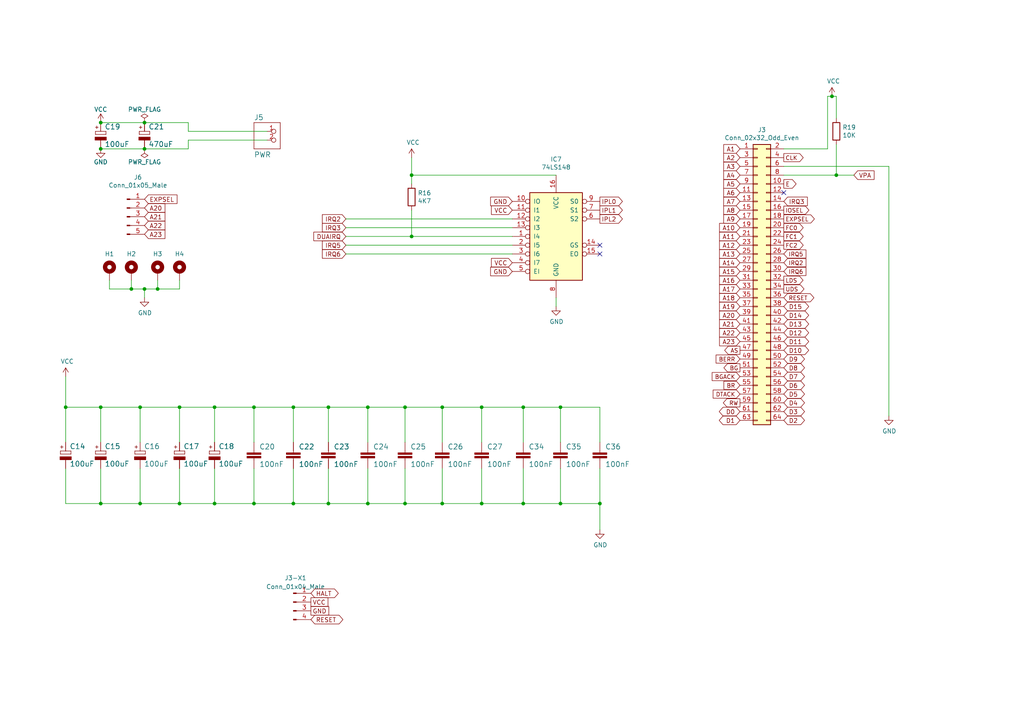
<source format=kicad_sch>
(kicad_sch (version 20230121) (generator eeschema)
  (paper "A4")
  (title_block (title "ROSCO_M68K CLASSIC MC68030 EDITION") (date "2023-12-10") (rev "2.0") (company "The Really Old-School Company Limited") (comment 1 "OSHWA UK000006 (https://certification.oshwa.org/uk000006.html)") (comment 2 "See https://github.com/roscopeco/rosco_m68k/blob/master/LICENCE.hardware.txt") (comment 3 "Open Source Hardware licenced under CERN Open Hardware Licence") (comment 4 "Copyright 2019-2023 Ross Bamford and Contributors"))
  (lib_symbols
    (symbol "74xx:74LS148" (pin_names (offset 1.016))
      (property "Reference" "U" (at -7.62 13.97 0))
      (property "Value" "74LS148" (at -7.62 -13.97 0))
      (symbol "74LS148_1_0"
        (pin input inverted (at -12.7 0 0) (length 5.08) (name "I4") (number "1"))
        (pin input inverted (at -12.7 10.16 0) (length 5.08) (name "IO") (number "10"))
        (pin input inverted (at -12.7 7.62 0) (length 5.08) (name "I1") (number "11"))
        (pin input inverted (at -12.7 5.08 0) (length 5.08) (name "I2") (number "12"))
        (pin input inverted (at -12.7 2.54 0) (length 5.08) (name "I3") (number "13"))
        (pin output inverted (at 12.7 -2.54 180) (length 5.08) (name "GS") (number "14"))
        (pin output inverted (at 12.7 -5.08 180) (length 5.08) (name "EO") (number "15"))
        (pin power_in line (at 0 17.78 270) (length 5.08) (name "VCC") (number "16"))
        (pin input inverted (at -12.7 -2.54 0) (length 5.08) (name "I5") (number "2"))
        (pin input inverted (at -12.7 -5.08 0) (length 5.08) (name "I6") (number "3"))
        (pin input inverted (at -12.7 -7.62 0) (length 5.08) (name "I7") (number "4"))
        (pin input inverted (at -12.7 -10.16 0) (length 5.08) (name "EI") (number "5"))
        (pin output inverted (at 12.7 5.08 180) (length 5.08) (name "S2") (number "6"))
        (pin output inverted (at 12.7 7.62 180) (length 5.08) (name "S1") (number "7"))
        (pin power_in line (at 0 -17.78 90) (length 5.08) (name "GND") (number "8"))
        (pin output inverted (at 12.7 10.16 180) (length 5.08) (name "S0") (number "9"))
      )
      (symbol "74LS148_1_1"
        (rectangle (start -7.62 12.7) (end 7.62 -12.7) (stroke (width 0.254)) (fill (type background)))
      )
    )
    (symbol "Connector:Conn_01x04_Pin" (pin_names (offset 1.016) hide)
      (property "Reference" "J" (at 0 5.08 0))
      (property "Value" "Conn_01x04_Pin" (at 0 -7.62 0))
      (symbol "Conn_01x04_Pin_1_1"
        (polyline (pts (xy 1.27 -5.08) (xy 0.8636 -5.08)) (stroke (width 0.1524)))
        (polyline (pts (xy 1.27 -2.54) (xy 0.8636 -2.54)) (stroke (width 0.1524)))
        (polyline (pts (xy 1.27 0) (xy 0.8636 0)) (stroke (width 0.1524)))
        (polyline (pts (xy 1.27 2.54) (xy 0.8636 2.54)) (stroke (width 0.1524)))
        (rectangle (start 0.8636 -4.953) (end 0 -5.207) (stroke (width 0.1524)) (fill (type outline)))
        (rectangle (start 0.8636 -2.413) (end 0 -2.667) (stroke (width 0.1524)) (fill (type outline)))
        (rectangle (start 0.8636 0.127) (end 0 -0.127) (stroke (width 0.1524)) (fill (type outline)))
        (rectangle (start 0.8636 2.667) (end 0 2.413) (stroke (width 0.1524)) (fill (type outline)))
        (pin passive line (at 5.08 2.54 180) (length 3.81) (name "Pin_1") (number "1"))
        (pin passive line (at 5.08 0 180) (length 3.81) (name "Pin_2") (number "2"))
        (pin passive line (at 5.08 -2.54 180) (length 3.81) (name "Pin_3") (number "3"))
        (pin passive line (at 5.08 -5.08 180) (length 3.81) (name "Pin_4") (number "4"))
      )
    )
    (symbol "Connector:Conn_01x05_Pin" (pin_names (offset 1.016) hide)
      (property "Reference" "J" (at 0 7.62 0))
      (property "Value" "Conn_01x05_Pin" (at 0 -7.62 0))
      (symbol "Conn_01x05_Pin_1_1"
        (polyline (pts (xy 1.27 -5.08) (xy 0.8636 -5.08)) (stroke (width 0.1524)))
        (polyline (pts (xy 1.27 -2.54) (xy 0.8636 -2.54)) (stroke (width 0.1524)))
        (polyline (pts (xy 1.27 0) (xy 0.8636 0)) (stroke (width 0.1524)))
        (polyline (pts (xy 1.27 2.54) (xy 0.8636 2.54)) (stroke (width 0.1524)))
        (polyline (pts (xy 1.27 5.08) (xy 0.8636 5.08)) (stroke (width 0.1524)))
        (rectangle (start 0.8636 -4.953) (end 0 -5.207) (stroke (width 0.1524)) (fill (type outline)))
        (rectangle (start 0.8636 -2.413) (end 0 -2.667) (stroke (width 0.1524)) (fill (type outline)))
        (rectangle (start 0.8636 0.127) (end 0 -0.127) (stroke (width 0.1524)) (fill (type outline)))
        (rectangle (start 0.8636 2.667) (end 0 2.413) (stroke (width 0.1524)) (fill (type outline)))
        (rectangle (start 0.8636 5.207) (end 0 4.953) (stroke (width 0.1524)) (fill (type outline)))
        (pin passive line (at 5.08 5.08 180) (length 3.81) (name "Pin_1") (number "1"))
        (pin passive line (at 5.08 2.54 180) (length 3.81) (name "Pin_2") (number "2"))
        (pin passive line (at 5.08 0 180) (length 3.81) (name "Pin_3") (number "3"))
        (pin passive line (at 5.08 -2.54 180) (length 3.81) (name "Pin_4") (number "4"))
        (pin passive line (at 5.08 -5.08 180) (length 3.81) (name "Pin_5") (number "5"))
      )
    )
    (symbol "Connector_Generic:Conn_02x32_Odd_Even" (pin_names (offset 1.016) hide)
      (property "Reference" "J" (at 1.27 40.64 0))
      (property "Value" "Conn_02x32_Odd_Even" (at 1.27 -43.18 0))
      (symbol "Conn_02x32_Odd_Even_1_1"
        (rectangle (start -1.27 -40.513) (end 0 -40.767) (stroke (width 0.1524)))
        (rectangle (start -1.27 -37.973) (end 0 -38.227) (stroke (width 0.1524)))
        (rectangle (start -1.27 -35.433) (end 0 -35.687) (stroke (width 0.1524)))
        (rectangle (start -1.27 -32.893) (end 0 -33.147) (stroke (width 0.1524)))
        (rectangle (start -1.27 -30.353) (end 0 -30.607) (stroke (width 0.1524)))
        (rectangle (start -1.27 -27.813) (end 0 -28.067) (stroke (width 0.1524)))
        (rectangle (start -1.27 -25.273) (end 0 -25.527) (stroke (width 0.1524)))
        (rectangle (start -1.27 -22.733) (end 0 -22.987) (stroke (width 0.1524)))
        (rectangle (start -1.27 -20.193) (end 0 -20.447) (stroke (width 0.1524)))
        (rectangle (start -1.27 -17.653) (end 0 -17.907) (stroke (width 0.1524)))
        (rectangle (start -1.27 -15.113) (end 0 -15.367) (stroke (width 0.1524)))
        (rectangle (start -1.27 -12.573) (end 0 -12.827) (stroke (width 0.1524)))
        (rectangle (start -1.27 -10.033) (end 0 -10.287) (stroke (width 0.1524)))
        (rectangle (start -1.27 -7.493) (end 0 -7.747) (stroke (width 0.1524)))
        (rectangle (start -1.27 -4.953) (end 0 -5.207) (stroke (width 0.1524)))
        (rectangle (start -1.27 -2.413) (end 0 -2.667) (stroke (width 0.1524)))
        (rectangle (start -1.27 0.127) (end 0 -0.127) (stroke (width 0.1524)))
        (rectangle (start -1.27 2.667) (end 0 2.413) (stroke (width 0.1524)))
        (rectangle (start -1.27 5.207) (end 0 4.953) (stroke (width 0.1524)))
        (rectangle (start -1.27 7.747) (end 0 7.493) (stroke (width 0.1524)))
        (rectangle (start -1.27 10.287) (end 0 10.033) (stroke (width 0.1524)))
        (rectangle (start -1.27 12.827) (end 0 12.573) (stroke (width 0.1524)))
        (rectangle (start -1.27 15.367) (end 0 15.113) (stroke (width 0.1524)))
        (rectangle (start -1.27 17.907) (end 0 17.653) (stroke (width 0.1524)))
        (rectangle (start -1.27 20.447) (end 0 20.193) (stroke (width 0.1524)))
        (rectangle (start -1.27 22.987) (end 0 22.733) (stroke (width 0.1524)))
        (rectangle (start -1.27 25.527) (end 0 25.273) (stroke (width 0.1524)))
        (rectangle (start -1.27 28.067) (end 0 27.813) (stroke (width 0.1524)))
        (rectangle (start -1.27 30.607) (end 0 30.353) (stroke (width 0.1524)))
        (rectangle (start -1.27 33.147) (end 0 32.893) (stroke (width 0.1524)))
        (rectangle (start -1.27 35.687) (end 0 35.433) (stroke (width 0.1524)))
        (rectangle (start -1.27 38.227) (end 0 37.973) (stroke (width 0.1524)))
        (rectangle (start -1.27 39.37) (end 3.81 -41.91) (stroke (width 0.254)) (fill (type background)))
        (rectangle (start 3.81 -40.513) (end 2.54 -40.767) (stroke (width 0.1524)))
        (rectangle (start 3.81 -37.973) (end 2.54 -38.227) (stroke (width 0.1524)))
        (rectangle (start 3.81 -35.433) (end 2.54 -35.687) (stroke (width 0.1524)))
        (rectangle (start 3.81 -32.893) (end 2.54 -33.147) (stroke (width 0.1524)))
        (rectangle (start 3.81 -30.353) (end 2.54 -30.607) (stroke (width 0.1524)))
        (rectangle (start 3.81 -27.813) (end 2.54 -28.067) (stroke (width 0.1524)))
        (rectangle (start 3.81 -25.273) (end 2.54 -25.527) (stroke (width 0.1524)))
        (rectangle (start 3.81 -22.733) (end 2.54 -22.987) (stroke (width 0.1524)))
        (rectangle (start 3.81 -20.193) (end 2.54 -20.447) (stroke (width 0.1524)))
        (rectangle (start 3.81 -17.653) (end 2.54 -17.907) (stroke (width 0.1524)))
        (rectangle (start 3.81 -15.113) (end 2.54 -15.367) (stroke (width 0.1524)))
        (rectangle (start 3.81 -12.573) (end 2.54 -12.827) (stroke (width 0.1524)))
        (rectangle (start 3.81 -10.033) (end 2.54 -10.287) (stroke (width 0.1524)))
        (rectangle (start 3.81 -7.493) (end 2.54 -7.747) (stroke (width 0.1524)))
        (rectangle (start 3.81 -4.953) (end 2.54 -5.207) (stroke (width 0.1524)))
        (rectangle (start 3.81 -2.413) (end 2.54 -2.667) (stroke (width 0.1524)))
        (rectangle (start 3.81 0.127) (end 2.54 -0.127) (stroke (width 0.1524)))
        (rectangle (start 3.81 2.667) (end 2.54 2.413) (stroke (width 0.1524)))
        (rectangle (start 3.81 5.207) (end 2.54 4.953) (stroke (width 0.1524)))
        (rectangle (start 3.81 7.747) (end 2.54 7.493) (stroke (width 0.1524)))
        (rectangle (start 3.81 10.287) (end 2.54 10.033) (stroke (width 0.1524)))
        (rectangle (start 3.81 12.827) (end 2.54 12.573) (stroke (width 0.1524)))
        (rectangle (start 3.81 15.367) (end 2.54 15.113) (stroke (width 0.1524)))
        (rectangle (start 3.81 17.907) (end 2.54 17.653) (stroke (width 0.1524)))
        (rectangle (start 3.81 20.447) (end 2.54 20.193) (stroke (width 0.1524)))
        (rectangle (start 3.81 22.987) (end 2.54 22.733) (stroke (width 0.1524)))
        (rectangle (start 3.81 25.527) (end 2.54 25.273) (stroke (width 0.1524)))
        (rectangle (start 3.81 28.067) (end 2.54 27.813) (stroke (width 0.1524)))
        (rectangle (start 3.81 30.607) (end 2.54 30.353) (stroke (width 0.1524)))
        (rectangle (start 3.81 33.147) (end 2.54 32.893) (stroke (width 0.1524)))
        (rectangle (start 3.81 35.687) (end 2.54 35.433) (stroke (width 0.1524)))
        (rectangle (start 3.81 38.227) (end 2.54 37.973) (stroke (width 0.1524)))
        (pin passive line (at -5.08 38.1 0) (length 3.81) (name "Pin_1") (number "1"))
        (pin passive line (at 7.62 27.94 180) (length 3.81) (name "Pin_10") (number "10"))
        (pin passive line (at -5.08 25.4 0) (length 3.81) (name "Pin_11") (number "11"))
        (pin passive line (at 7.62 25.4 180) (length 3.81) (name "Pin_12") (number "12"))
        (pin passive line (at -5.08 22.86 0) (length 3.81) (name "Pin_13") (number "13"))
        (pin passive line (at 7.62 22.86 180) (length 3.81) (name "Pin_14") (number "14"))
        (pin passive line (at -5.08 20.32 0) (length 3.81) (name "Pin_15") (number "15"))
        (pin passive line (at 7.62 20.32 180) (length 3.81) (name "Pin_16") (number "16"))
        (pin passive line (at -5.08 17.78 0) (length 3.81) (name "Pin_17") (number "17"))
        (pin passive line (at 7.62 17.78 180) (length 3.81) (name "Pin_18") (number "18"))
        (pin passive line (at -5.08 15.24 0) (length 3.81) (name "Pin_19") (number "19"))
        (pin passive line (at 7.62 38.1 180) (length 3.81) (name "Pin_2") (number "2"))
        (pin passive line (at 7.62 15.24 180) (length 3.81) (name "Pin_20") (number "20"))
        (pin passive line (at -5.08 12.7 0) (length 3.81) (name "Pin_21") (number "21"))
        (pin passive line (at 7.62 12.7 180) (length 3.81) (name "Pin_22") (number "22"))
        (pin passive line (at -5.08 10.16 0) (length 3.81) (name "Pin_23") (number "23"))
        (pin passive line (at 7.62 10.16 180) (length 3.81) (name "Pin_24") (number "24"))
        (pin passive line (at -5.08 7.62 0) (length 3.81) (name "Pin_25") (number "25"))
        (pin passive line (at 7.62 7.62 180) (length 3.81) (name "Pin_26") (number "26"))
        (pin passive line (at -5.08 5.08 0) (length 3.81) (name "Pin_27") (number "27"))
        (pin passive line (at 7.62 5.08 180) (length 3.81) (name "Pin_28") (number "28"))
        (pin passive line (at -5.08 2.54 0) (length 3.81) (name "Pin_29") (number "29"))
        (pin passive line (at -5.08 35.56 0) (length 3.81) (name "Pin_3") (number "3"))
        (pin passive line (at 7.62 2.54 180) (length 3.81) (name "Pin_30") (number "30"))
        (pin passive line (at -5.08 0 0) (length 3.81) (name "Pin_31") (number "31"))
        (pin passive line (at 7.62 0 180) (length 3.81) (name "Pin_32") (number "32"))
        (pin passive line (at -5.08 -2.54 0) (length 3.81) (name "Pin_33") (number "33"))
        (pin passive line (at 7.62 -2.54 180) (length 3.81) (name "Pin_34") (number "34"))
        (pin passive line (at -5.08 -5.08 0) (length 3.81) (name "Pin_35") (number "35"))
        (pin passive line (at 7.62 -5.08 180) (length 3.81) (name "Pin_36") (number "36"))
        (pin passive line (at -5.08 -7.62 0) (length 3.81) (name "Pin_37") (number "37"))
        (pin passive line (at 7.62 -7.62 180) (length 3.81) (name "Pin_38") (number "38"))
        (pin passive line (at -5.08 -10.16 0) (length 3.81) (name "Pin_39") (number "39"))
        (pin passive line (at 7.62 35.56 180) (length 3.81) (name "Pin_4") (number "4"))
        (pin passive line (at 7.62 -10.16 180) (length 3.81) (name "Pin_40") (number "40"))
        (pin passive line (at -5.08 -12.7 0) (length 3.81) (name "Pin_41") (number "41"))
        (pin passive line (at 7.62 -12.7 180) (length 3.81) (name "Pin_42") (number "42"))
        (pin passive line (at -5.08 -15.24 0) (length 3.81) (name "Pin_43") (number "43"))
        (pin passive line (at 7.62 -15.24 180) (length 3.81) (name "Pin_44") (number "44"))
        (pin passive line (at -5.08 -17.78 0) (length 3.81) (name "Pin_45") (number "45"))
        (pin passive line (at 7.62 -17.78 180) (length 3.81) (name "Pin_46") (number "46"))
        (pin passive line (at -5.08 -20.32 0) (length 3.81) (name "Pin_47") (number "47"))
        (pin passive line (at 7.62 -20.32 180) (length 3.81) (name "Pin_48") (number "48"))
        (pin passive line (at -5.08 -22.86 0) (length 3.81) (name "Pin_49") (number "49"))
        (pin passive line (at -5.08 33.02 0) (length 3.81) (name "Pin_5") (number "5"))
        (pin passive line (at 7.62 -22.86 180) (length 3.81) (name "Pin_50") (number "50"))
        (pin passive line (at -5.08 -25.4 0) (length 3.81) (name "Pin_51") (number "51"))
        (pin passive line (at 7.62 -25.4 180) (length 3.81) (name "Pin_52") (number "52"))
        (pin passive line (at -5.08 -27.94 0) (length 3.81) (name "Pin_53") (number "53"))
        (pin passive line (at 7.62 -27.94 180) (length 3.81) (name "Pin_54") (number "54"))
        (pin passive line (at -5.08 -30.48 0) (length 3.81) (name "Pin_55") (number "55"))
        (pin passive line (at 7.62 -30.48 180) (length 3.81) (name "Pin_56") (number "56"))
        (pin passive line (at -5.08 -33.02 0) (length 3.81) (name "Pin_57") (number "57"))
        (pin passive line (at 7.62 -33.02 180) (length 3.81) (name "Pin_58") (number "58"))
        (pin passive line (at -5.08 -35.56 0) (length 3.81) (name "Pin_59") (number "59"))
        (pin passive line (at 7.62 33.02 180) (length 3.81) (name "Pin_6") (number "6"))
        (pin passive line (at 7.62 -35.56 180) (length 3.81) (name "Pin_60") (number "60"))
        (pin passive line (at -5.08 -38.1 0) (length 3.81) (name "Pin_61") (number "61"))
        (pin passive line (at 7.62 -38.1 180) (length 3.81) (name "Pin_62") (number "62"))
        (pin passive line (at -5.08 -40.64 0) (length 3.81) (name "Pin_63") (number "63"))
        (pin passive line (at 7.62 -40.64 180) (length 3.81) (name "Pin_64") (number "64"))
        (pin passive line (at -5.08 30.48 0) (length 3.81) (name "Pin_7") (number "7"))
        (pin passive line (at 7.62 30.48 180) (length 3.81) (name "Pin_8") (number "8"))
        (pin passive line (at -5.08 27.94 0) (length 3.81) (name "Pin_9") (number "9"))
      )
    )
    (symbol "Device:R" (pin_numbers hide) (pin_names (offset 0))
      (property "Reference" "R" (at 2.032 0 90))
      (property "Value" "R" (at 0 0 90))
      (symbol "R_0_1"
        (rectangle (start -1.016 -2.54) (end 1.016 2.54) (stroke (width 0.254)))
      )
      (symbol "R_1_1"
        (pin passive line (at 0 3.81 270) (length 1.27) (name "~") (number "1"))
        (pin passive line (at 0 -3.81 90) (length 1.27) (name "~") (number "2"))
      )
    )
    (symbol "Mechanical:MountingHole_Pad" (pin_numbers hide) (pin_names (offset 1.016) hide)
      (property "Reference" "H" (at 0 6.35 0))
      (property "Value" "MountingHole_Pad" (at 0 4.445 0))
      (symbol "MountingHole_Pad_0_1"
        (circle (center 0 1.27) (radius 1.27) (stroke (width 1.27)))
      )
      (symbol "MountingHole_Pad_1_1"
        (pin input line (at 0 -2.54 90) (length 2.54) (name "1") (number "1"))
      )
    )
    (symbol "power:GND" (power) (pin_names (offset 0))
      (property "Value" "GND" (at 0 -3.81 0))
      (symbol "GND_0_1"
        (polyline (pts (xy 0 0) (xy 0 -1.27) (xy 1.27 -1.27) (xy 0 -2.54) (xy -1.27 -1.27) (xy 0 -1.27)))
      )
      (symbol "GND_1_1"
        (pin power_in line (at 0 0 270) (length 0) hide (name "GND") (number "1"))
      )
    )
    (symbol "power:PWR_FLAG" (power) (pin_numbers hide) (pin_names (offset 0) hide)
      (property "Value" "PWR_FLAG" (at 0 3.81 0))
      (symbol "PWR_FLAG_0_0"
        (pin power_out line (at 0 0 90) (length 0) (name "pwr") (number "1"))
      )
      (symbol "PWR_FLAG_0_1"
        (polyline (pts (xy 0 0) (xy 0 1.27) (xy -1.016 1.905) (xy 0 2.54) (xy 1.016 1.905) (xy 0 1.27)))
      )
    )
    (symbol "power:VCC" (power) (pin_names (offset 0))
      (property "Value" "VCC" (at 0 3.81 0))
      (symbol "VCC_0_1"
        (polyline (pts (xy -0.762 1.27) (xy 0 2.54)))
        (polyline (pts (xy 0 0) (xy 0 2.54)))
        (polyline (pts (xy 0 2.54) (xy 0.762 1.27)))
      )
      (symbol "VCC_1_1"
        (pin power_in line (at 0 0 90) (length 0) hide (name "VCC") (number "1"))
      )
    )
    (symbol "rosco_m68k-eagle-import:C2,5-3" (pin_names (offset 1.016))
      (property "Reference" "C" (at 1.524 0.381 0))
      (property "Value" "C2,5-3" (at 1.524 -4.699 0))
      (symbol "C2,5-3_1_0"
        (rectangle (start -2.032 -2.032) (end 2.032 -1.524) (fill (type outline)))
        (rectangle (start -2.032 -1.016) (end 2.032 -0.508) (fill (type outline)))
        (polyline (pts (xy 0 -2.54) (xy 0 -2.032)))
        (polyline (pts (xy 0 0) (xy 0 -0.508)))
        (pin passive line (at 0 2.54 270) (length 2.54) (name "1") (number "1"))
        (pin passive line (at 0 -5.08 90) (length 2.54) (name "2") (number "2"))
      )
    )
    (symbol "rosco_m68k-eagle-import:CPOL-EUE2.5-5" (pin_names (offset 1.016))
      (property "Reference" "C" (at 1.143 0.4826 0))
      (property "Value" "CPOL-EUE2.5-5" (at 1.143 -4.5974 0))
      (symbol "CPOL-EUE2.5-5_1_0"
        (rectangle (start -1.651 -2.54) (end 1.651 -1.651) (fill (type outline)))
        (polyline (pts (xy -1.524 -0.889) (xy 1.524 -0.889)))
        (polyline (pts (xy -1.524 0) (xy -1.524 -0.889)))
        (polyline (pts (xy -1.524 0) (xy 1.524 0)))
        (polyline (pts (xy 1.524 -0.889) (xy 1.524 0)))
        (text "+" (at -0.5842 0.4064 900) (effects (font (size 1.0668 1.0668)) (justify left bottom)))
        (pin passive line (at 0 2.54 270) (length 2.54) (name "+") (number "+"))
        (pin passive line (at 0 -5.08 90) (length 2.54) (name "-") (number "-"))
      )
    )
    (symbol "rosco_m68k-eagle-import:CPOL-EUE3.5-10" (pin_names (offset 1.016))
      (property "Reference" "C" (at 1.143 0.4826 0))
      (property "Value" "CPOL-EUE3.5-10" (at 1.143 -4.5974 0))
      (symbol "CPOL-EUE3.5-10_1_0"
        (rectangle (start -1.651 -2.54) (end 1.651 -1.651) (fill (type outline)))
        (polyline (pts (xy -1.524 -0.889) (xy 1.524 -0.889)))
        (polyline (pts (xy -1.524 0) (xy -1.524 -0.889)))
        (polyline (pts (xy -1.524 0) (xy 1.524 0)))
        (polyline (pts (xy 1.524 -0.889) (xy 1.524 0)))
        (text "+" (at -0.5842 0.4064 900) (effects (font (size 1.0668 1.0668)) (justify left bottom)))
        (pin passive line (at 0 2.54 270) (length 2.54) (name "+") (number "+"))
        (pin passive line (at 0 -5.08 90) (length 2.54) (name "-") (number "-"))
      )
    )
    (symbol "rosco_m68k-eagle-import:PINHD-1X2" (pin_names (offset 1.016))
      (property "Reference" "JP" (at -6.35 5.715 0))
      (property "Value" "PINHD-1X2" (at -6.35 -5.08 0))
      (symbol "PINHD-1X2_1_0"
        (polyline (pts (xy -6.35 -2.54) (xy 1.27 -2.54)))
        (polyline (pts (xy -6.35 5.08) (xy -6.35 -2.54)))
        (polyline (pts (xy 1.27 -2.54) (xy 1.27 5.08)))
        (polyline (pts (xy 1.27 5.08) (xy -6.35 5.08)))
        (pin passive inverted (at -2.54 2.54 0) (length 2.54) (name "1") (number "1"))
        (pin passive inverted (at -2.54 0 0) (length 2.54) (name "2") (number "2"))
      )
    )
  )
  (junction (at 38.1 83.82))
  (junction (at 52.07 146.05))
  (junction (at 151.765 118.11))
  (junction (at 106.68 146.05))
  (junction (at 85.09 118.11))
  (junction (at 119.38 68.58))
  (junction (at 41.91 43.18))
  (junction (at 139.7 118.11))
  (junction (at 241.3 27.94))
  (junction (at 173.99 146.05))
  (junction (at 95.25 146.05))
  (junction (at 242.57 50.8))
  (junction (at 106.68 118.11))
  (junction (at 73.66 118.11))
  (junction (at 52.07 118.11))
  (junction (at 128.27 118.11))
  (junction (at 19.05 118.11))
  (junction (at 117.475 118.11))
  (junction (at 29.21 146.05))
  (junction (at 162.56 118.11))
  (junction (at 151.765 146.05))
  (junction (at 29.21 43.18))
  (junction (at 85.09 146.05))
  (junction (at 45.72 83.82))
  (junction (at 119.38 50.8))
  (junction (at 117.475 146.05))
  (junction (at 139.7 146.05))
  (junction (at 41.91 35.56))
  (junction (at 73.66 146.05))
  (junction (at 40.64 118.11))
  (junction (at 29.21 118.11))
  (junction (at 29.21 35.56))
  (junction (at 162.56 146.05))
  (junction (at 62.23 146.05))
  (junction (at 40.64 146.05))
  (junction (at 41.91 83.82))
  (junction (at 128.27 146.05))
  (junction (at 95.25 118.11))
  (junction (at 62.23 118.11))
  (no_connect (at 173.99 73.66))
  (no_connect (at 173.99 71.12))
  (no_connect (at 227.33 55.88))
  (wire (pts (xy 19.05 109.22) (xy 19.05 118.11)))
  (wire (pts (xy 52.07 135.89) (xy 52.07 146.05)))
  (wire (pts (xy 119.38 45.72) (xy 119.38 50.8)))
  (wire (pts (xy 128.27 128.27) (xy 128.27 118.11)))
  (wire (pts (xy 41.91 83.82) (xy 41.91 86.36)))
  (wire (pts (xy 52.07 128.27) (xy 52.07 118.11)))
  (wire (pts (xy 173.99 135.89) (xy 173.99 146.05)))
  (wire (pts (xy 139.7 118.11) (xy 128.27 118.11)))
  (wire (pts (xy 117.475 135.89) (xy 117.475 146.05)))
  (wire (pts (xy 31.75 83.82) (xy 38.1 83.82)))
  (wire (pts (xy 73.66 118.11) (xy 73.66 128.27)))
  (wire (pts (xy 242.57 50.8) (xy 247.65 50.8)))
  (wire (pts (xy 119.38 53.34) (xy 119.38 50.8)))
  (wire (pts (xy 162.56 118.11) (xy 173.99 118.11)))
  (wire (pts (xy 117.475 118.11) (xy 117.475 128.27)))
  (wire (pts (xy 19.05 146.05) (xy 29.21 146.05)))
  (wire (pts (xy 106.68 135.89) (xy 106.68 146.05)))
  (wire (pts (xy 106.68 128.27) (xy 106.68 118.11)))
  (wire (pts (xy 85.09 146.05) (xy 95.25 146.05)))
  (wire (pts (xy 106.68 118.11) (xy 117.475 118.11)))
  (wire (pts (xy 100.33 66.04) (xy 148.59 66.04)))
  (wire (pts (xy 85.09 118.11) (xy 85.09 128.27)))
  (wire (pts (xy 62.23 128.27) (xy 62.23 118.11)))
  (wire (pts (xy 95.25 146.05) (xy 106.68 146.05)))
  (wire (pts (xy 100.33 71.12) (xy 148.59 71.12)))
  (wire (pts (xy 227.33 43.18) (xy 240.03 43.18)))
  (wire (pts (xy 139.7 135.89) (xy 139.7 146.05)))
  (wire (pts (xy 100.33 68.58) (xy 119.38 68.58)))
  (wire (pts (xy 119.38 60.96) (xy 119.38 68.58)))
  (wire (pts (xy 73.66 146.05) (xy 85.09 146.05)))
  (wire (pts (xy 240.03 27.94) (xy 240.03 43.18)))
  (wire (pts (xy 151.765 118.11) (xy 162.56 118.11)))
  (wire (pts (xy 40.64 146.05) (xy 52.07 146.05)))
  (wire (pts (xy 54.61 35.56) (xy 41.91 35.56)))
  (wire (pts (xy 227.33 50.8) (xy 242.57 50.8)))
  (wire (pts (xy 19.05 135.89) (xy 19.05 146.05)))
  (wire (pts (xy 139.7 118.11) (xy 151.765 118.11)))
  (wire (pts (xy 161.29 86.36) (xy 161.29 88.9)))
  (wire (pts (xy 52.07 146.05) (xy 62.23 146.05)))
  (wire (pts (xy 41.91 35.56) (xy 29.21 35.56)))
  (wire (pts (xy 45.72 81.28) (xy 45.72 83.82)))
  (wire (pts (xy 77.47 38.1) (xy 54.61 38.1)))
  (wire (pts (xy 29.21 146.05) (xy 40.64 146.05)))
  (wire (pts (xy 151.765 135.89) (xy 151.765 146.05)))
  (wire (pts (xy 162.56 135.89) (xy 162.56 146.05)))
  (wire (pts (xy 128.27 146.05) (xy 139.7 146.05)))
  (wire (pts (xy 38.1 83.82) (xy 41.91 83.82)))
  (wire (pts (xy 148.59 68.58) (xy 119.38 68.58)))
  (wire (pts (xy 52.07 118.11) (xy 40.64 118.11)))
  (wire (pts (xy 29.21 118.11) (xy 19.05 118.11)))
  (wire (pts (xy 40.64 118.11) (xy 29.21 118.11)))
  (wire (pts (xy 257.81 48.26) (xy 257.81 120.65)))
  (wire (pts (xy 242.57 34.29) (xy 242.57 27.94)))
  (wire (pts (xy 173.99 128.27) (xy 173.99 118.11)))
  (wire (pts (xy 41.91 83.82) (xy 45.72 83.82)))
  (wire (pts (xy 242.57 27.94) (xy 241.3 27.94)))
  (wire (pts (xy 117.475 146.05) (xy 128.27 146.05)))
  (wire (pts (xy 40.64 135.89) (xy 40.64 146.05)))
  (wire (pts (xy 73.66 135.89) (xy 73.66 146.05)))
  (wire (pts (xy 241.3 27.94) (xy 240.03 27.94)))
  (wire (pts (xy 45.72 83.82) (xy 52.07 83.82)))
  (wire (pts (xy 19.05 118.11) (xy 19.05 128.27)))
  (wire (pts (xy 77.47 40.64) (xy 54.61 40.64)))
  (wire (pts (xy 62.23 146.05) (xy 73.66 146.05)))
  (wire (pts (xy 95.25 128.27) (xy 95.25 118.11)))
  (wire (pts (xy 106.68 146.05) (xy 117.475 146.05)))
  (wire (pts (xy 54.61 38.1) (xy 54.61 35.56)))
  (wire (pts (xy 242.57 41.91) (xy 242.57 50.8)))
  (wire (pts (xy 173.99 153.67) (xy 173.99 146.05)))
  (wire (pts (xy 62.23 118.11) (xy 52.07 118.11)))
  (wire (pts (xy 227.33 48.26) (xy 257.81 48.26)))
  (wire (pts (xy 162.56 146.05) (xy 173.99 146.05)))
  (wire (pts (xy 73.66 118.11) (xy 62.23 118.11)))
  (wire (pts (xy 151.765 146.05) (xy 162.56 146.05)))
  (wire (pts (xy 54.61 40.64) (xy 54.61 43.18)))
  (wire (pts (xy 151.765 118.11) (xy 151.765 128.27)))
  (wire (pts (xy 106.68 118.11) (xy 95.25 118.11)))
  (wire (pts (xy 100.33 73.66) (xy 148.59 73.66)))
  (wire (pts (xy 62.23 135.89) (xy 62.23 146.05)))
  (wire (pts (xy 117.475 118.11) (xy 128.27 118.11)))
  (wire (pts (xy 41.91 43.18) (xy 29.21 43.18)))
  (wire (pts (xy 100.33 63.5) (xy 148.59 63.5)))
  (wire (pts (xy 54.61 43.18) (xy 41.91 43.18)))
  (wire (pts (xy 85.09 118.11) (xy 95.25 118.11)))
  (wire (pts (xy 85.09 135.89) (xy 85.09 146.05)))
  (wire (pts (xy 29.21 128.27) (xy 29.21 118.11)))
  (wire (pts (xy 119.38 50.8) (xy 161.29 50.8)))
  (wire (pts (xy 40.64 128.27) (xy 40.64 118.11)))
  (wire (pts (xy 139.7 128.27) (xy 139.7 118.11)))
  (wire (pts (xy 139.7 146.05) (xy 151.765 146.05)))
  (wire (pts (xy 38.1 81.28) (xy 38.1 83.82)))
  (wire (pts (xy 95.25 135.89) (xy 95.25 146.05)))
  (wire (pts (xy 29.21 135.89) (xy 29.21 146.05)))
  (wire (pts (xy 52.07 81.28) (xy 52.07 83.82)))
  (wire (pts (xy 128.27 135.89) (xy 128.27 146.05)))
  (wire (pts (xy 73.66 118.11) (xy 85.09 118.11)))
  (wire (pts (xy 31.75 81.28) (xy 31.75 83.82)))
  (wire (pts (xy 162.56 118.11) (xy 162.56 128.27)))
  (global_label "IPL2" (shape output) (at 173.99 63.5 0) (property "Intersheetrefs" "${INTERSHEET_REFS}" (effects hide)))
  (global_label "GND" (shape input) (at 148.59 58.42 180) (property "Intersheetrefs" "${INTERSHEET_REFS}" (effects hide)))
  (global_label "D9" (shape bidirectional) (at 227.33 104.14 0) (property "Intersheetrefs" "${INTERSHEET_REFS}" (effects hide)))
  (global_label "IPL0" (shape output) (at 173.99 58.42 0) (property "Intersheetrefs" "${INTERSHEET_REFS}" (effects hide)))
  (global_label "A5" (shape input) (at 214.63 53.34 180) (property "Intersheetrefs" "${INTERSHEET_REFS}" (effects hide)))
  (global_label "VCC" (shape input) (at 148.59 60.96 180) (property "Intersheetrefs" "${INTERSHEET_REFS}" (effects hide)))
  (global_label "IRQ3" (shape input) (at 227.33 58.42 0) (property "Intersheetrefs" "${INTERSHEET_REFS}" (effects hide)))
  (global_label "D0" (shape bidirectional) (at 214.63 119.38 180) (property "Intersheetrefs" "${INTERSHEET_REFS}" (effects hide)))
  (global_label "A11" (shape input) (at 214.63 68.58 180) (property "Intersheetrefs" "${INTERSHEET_REFS}" (effects hide)))
  (global_label "A6" (shape input) (at 214.63 55.88 180) (property "Intersheetrefs" "${INTERSHEET_REFS}" (effects hide)))
  (global_label "A19" (shape input) (at 214.63 88.9 180) (property "Intersheetrefs" "${INTERSHEET_REFS}" (effects hide)))
  (global_label "D7" (shape bidirectional) (at 227.33 109.22 0) (property "Intersheetrefs" "${INTERSHEET_REFS}" (effects hide)))
  (global_label "FC0" (shape output) (at 227.33 66.04 0) (effects (font (size 1.1938 1.1938))) (property "Intersheetrefs" "${INTERSHEET_REFS}" (effects hide)))
  (global_label "A15" (shape input) (at 214.63 78.74 180) (property "Intersheetrefs" "${INTERSHEET_REFS}" (effects hide)))
  (global_label "A18" (shape input) (at 214.63 86.36 180) (property "Intersheetrefs" "${INTERSHEET_REFS}" (effects hide)))
  (global_label "A9" (shape input) (at 214.63 63.5 180) (property "Intersheetrefs" "${INTERSHEET_REFS}" (effects hide)))
  (global_label "D4" (shape bidirectional) (at 227.33 116.84 0) (property "Intersheetrefs" "${INTERSHEET_REFS}" (effects hide)))
  (global_label "AS" (shape output) (at 214.63 101.6 180) (effects (font (size 1.1938 1.1938))) (property "Intersheetrefs" "${INTERSHEET_REFS}" (effects hide)))
  (global_label "A21" (shape input) (at 41.91 62.865 0) (property "Intersheetrefs" "${INTERSHEET_REFS}" (effects hide)))
  (global_label "BR" (shape input) (at 214.63 111.76 180) (effects (font (size 1.1938 1.1938))) (property "Intersheetrefs" "${INTERSHEET_REFS}" (effects hide)))
  (global_label "A21" (shape input) (at 214.63 93.98 180) (property "Intersheetrefs" "${INTERSHEET_REFS}" (effects hide)))
  (global_label "IOSEL" (shape output) (at 227.33 60.96 0) (effects (font (size 1.1938 1.1938))) (property "Intersheetrefs" "${INTERSHEET_REFS}" (effects hide)))
  (global_label "A8" (shape input) (at 214.63 60.96 180) (property "Intersheetrefs" "${INTERSHEET_REFS}" (effects hide)))
  (global_label "EXPSEL" (shape input) (at 41.91 57.785 0) (property "Intersheetrefs" "${INTERSHEET_REFS}" (effects hide)))
  (global_label "E" (shape output) (at 227.33 53.34 0) (property "Intersheetrefs" "${INTERSHEET_REFS}" (effects hide)))
  (global_label "A2" (shape input) (at 214.63 45.72 180) (property "Intersheetrefs" "${INTERSHEET_REFS}" (effects hide)))
  (global_label "D2" (shape bidirectional) (at 227.33 121.92 0) (property "Intersheetrefs" "${INTERSHEET_REFS}" (effects hide)))
  (global_label "A14" (shape input) (at 214.63 76.2 180) (property "Intersheetrefs" "${INTERSHEET_REFS}" (effects hide)))
  (global_label "RESET" (shape bidirectional) (at 90.17 179.705 0) (property "Intersheetrefs" "${INTERSHEET_REFS}" (effects hide)))
  (global_label "IRQ5" (shape input) (at 100.33 71.12 180) (property "Intersheetrefs" "${INTERSHEET_REFS}" (effects hide)))
  (global_label "IRQ5" (shape input) (at 227.33 73.66 0) (effects (font (size 1.1938 1.1938))) (property "Intersheetrefs" "${INTERSHEET_REFS}" (effects hide)))
  (global_label "GND" (shape passive) (at 90.17 177.165 0) (property "Intersheetrefs" "${INTERSHEET_REFS}" (effects hide)))
  (global_label "IPL1" (shape output) (at 173.99 60.96 0) (property "Intersheetrefs" "${INTERSHEET_REFS}" (effects hide)))
  (global_label "BGACK" (shape input) (at 214.63 109.22 180) (effects (font (size 1.1938 1.1938))) (property "Intersheetrefs" "${INTERSHEET_REFS}" (effects hide)))
  (global_label "IRQ2" (shape input) (at 100.33 63.5 180) (property "Intersheetrefs" "${INTERSHEET_REFS}" (effects hide)))
  (global_label "FC1" (shape output) (at 227.33 68.58 0) (effects (font (size 1.1938 1.1938))) (property "Intersheetrefs" "${INTERSHEET_REFS}" (effects hide)))
  (global_label "D12" (shape bidirectional) (at 227.33 96.52 0) (property "Intersheetrefs" "${INTERSHEET_REFS}" (effects hide)))
  (global_label "VCC" (shape input) (at 148.59 76.2 180) (property "Intersheetrefs" "${INTERSHEET_REFS}" (effects hide)))
  (global_label "IRQ6" (shape input) (at 100.33 73.66 180) (property "Intersheetrefs" "${INTERSHEET_REFS}" (effects hide)))
  (global_label "RW" (shape output) (at 214.63 116.84 180) (effects (font (size 1.1938 1.1938))) (property "Intersheetrefs" "${INTERSHEET_REFS}" (effects hide)))
  (global_label "A17" (shape input) (at 214.63 83.82 180) (property "Intersheetrefs" "${INTERSHEET_REFS}" (effects hide)))
  (global_label "A20" (shape input) (at 214.63 91.44 180) (property "Intersheetrefs" "${INTERSHEET_REFS}" (effects hide)))
  (global_label "A20" (shape input) (at 41.91 60.325 0) (property "Intersheetrefs" "${INTERSHEET_REFS}" (effects hide)))
  (global_label "EXPSEL" (shape output) (at 227.33 63.5 0) (effects (font (size 1.1938 1.1938))) (property "Intersheetrefs" "${INTERSHEET_REFS}" (effects hide)))
  (global_label "FC2" (shape output) (at 227.33 71.12 0) (effects (font (size 1.1938 1.1938))) (property "Intersheetrefs" "${INTERSHEET_REFS}" (effects hide)))
  (global_label "D10" (shape bidirectional) (at 227.33 101.6 0) (property "Intersheetrefs" "${INTERSHEET_REFS}" (effects hide)))
  (global_label "BG" (shape output) (at 214.63 106.68 180) (effects (font (size 1.1938 1.1938))) (property "Intersheetrefs" "${INTERSHEET_REFS}" (effects hide)))
  (global_label "CLK" (shape output) (at 227.33 45.72 0) (effects (font (size 1.1938 1.1938))) (property "Intersheetrefs" "${INTERSHEET_REFS}" (effects hide)))
  (global_label "D8" (shape bidirectional) (at 227.33 106.68 0) (property "Intersheetrefs" "${INTERSHEET_REFS}" (effects hide)))
  (global_label "D3" (shape bidirectional) (at 227.33 119.38 0) (property "Intersheetrefs" "${INTERSHEET_REFS}" (effects hide)))
  (global_label "A4" (shape input) (at 214.63 50.8 180) (property "Intersheetrefs" "${INTERSHEET_REFS}" (effects hide)))
  (global_label "D11" (shape bidirectional) (at 227.33 99.06 0) (property "Intersheetrefs" "${INTERSHEET_REFS}" (effects hide)))
  (global_label "A13" (shape input) (at 214.63 73.66 180) (property "Intersheetrefs" "${INTERSHEET_REFS}" (effects hide)))
  (global_label "IRQ6" (shape input) (at 227.33 78.74 0) (effects (font (size 1.1938 1.1938))) (property "Intersheetrefs" "${INTERSHEET_REFS}" (effects hide)))
  (global_label "A22" (shape input) (at 41.91 65.405 0) (property "Intersheetrefs" "${INTERSHEET_REFS}" (effects hide)))
  (global_label "D13" (shape bidirectional) (at 227.33 93.98 0) (property "Intersheetrefs" "${INTERSHEET_REFS}" (effects hide)))
  (global_label "A22" (shape input) (at 214.63 96.52 180) (property "Intersheetrefs" "${INTERSHEET_REFS}" (effects hide)))
  (global_label "A10" (shape input) (at 214.63 66.04 180) (property "Intersheetrefs" "${INTERSHEET_REFS}" (effects hide)))
  (global_label "A7" (shape input) (at 214.63 58.42 180) (property "Intersheetrefs" "${INTERSHEET_REFS}" (effects hide)))
  (global_label "GND" (shape input) (at 148.59 78.74 180) (property "Intersheetrefs" "${INTERSHEET_REFS}" (effects hide)))
  (global_label "LDS" (shape output) (at 227.33 81.28 0) (effects (font (size 1.1938 1.1938))) (property "Intersheetrefs" "${INTERSHEET_REFS}" (effects hide)))
  (global_label "D5" (shape bidirectional) (at 227.33 114.3 0) (property "Intersheetrefs" "${INTERSHEET_REFS}" (effects hide)))
  (global_label "VCC" (shape passive) (at 90.17 174.625 0) (property "Intersheetrefs" "${INTERSHEET_REFS}" (effects hide)))
  (global_label "A1" (shape input) (at 214.63 43.18 180) (property "Intersheetrefs" "${INTERSHEET_REFS}" (effects hide)))
  (global_label "IRQ2" (shape input) (at 227.33 76.2 0) (effects (font (size 1.1938 1.1938))) (property "Intersheetrefs" "${INTERSHEET_REFS}" (effects hide)))
  (global_label "HALT" (shape bidirectional) (at 90.17 172.085 0) (property "Intersheetrefs" "${INTERSHEET_REFS}" (effects hide)))
  (global_label "D1" (shape bidirectional) (at 214.63 121.92 180) (property "Intersheetrefs" "${INTERSHEET_REFS}" (effects hide)))
  (global_label "A23" (shape input) (at 214.63 99.06 180) (property "Intersheetrefs" "${INTERSHEET_REFS}" (effects hide)))
  (global_label "D14" (shape bidirectional) (at 227.33 91.44 0) (property "Intersheetrefs" "${INTERSHEET_REFS}" (effects hide)))
  (global_label "BERR" (shape input) (at 214.63 104.14 180) (effects (font (size 1.1938 1.1938))) (property "Intersheetrefs" "${INTERSHEET_REFS}" (effects hide)))
  (global_label "IRQ3" (shape input) (at 100.33 66.04 180) (property "Intersheetrefs" "${INTERSHEET_REFS}" (effects hide)))
  (global_label "DUAIRQ" (shape input) (at 100.33 68.58 180) (property "Intersheetrefs" "${INTERSHEET_REFS}" (effects hide)))
  (global_label "A12" (shape input) (at 214.63 71.12 180) (property "Intersheetrefs" "${INTERSHEET_REFS}" (effects hide)))
  (global_label "RESET" (shape bidirectional) (at 227.33 86.36 0) (effects (font (size 1.1938 1.1938))) (property "Intersheetrefs" "${INTERSHEET_REFS}" (effects hide)))
  (global_label "VPA" (shape input) (at 247.65 50.8 0) (property "Intersheetrefs" "${INTERSHEET_REFS}" (effects hide)))
  (global_label "A23" (shape input) (at 41.91 67.945 0) (property "Intersheetrefs" "${INTERSHEET_REFS}" (effects hide)))
  (global_label "D6" (shape bidirectional) (at 227.33 111.76 0) (property "Intersheetrefs" "${INTERSHEET_REFS}" (effects hide)))
  (global_label "A16" (shape input) (at 214.63 81.28 180) (property "Intersheetrefs" "${INTERSHEET_REFS}" (effects hide)))
  (global_label "UDS" (shape output) (at 227.33 83.82 0) (effects (font (size 1.1938 1.1938))) (property "Intersheetrefs" "${INTERSHEET_REFS}" (effects hide)))
  (global_label "DTACK" (shape input) (at 214.63 114.3 180) (effects (font (size 1.1938 1.1938))) (property "Intersheetrefs" "${INTERSHEET_REFS}" (effects hide)))
  (global_label "A3" (shape input) (at 214.63 48.26 180) (property "Intersheetrefs" "${INTERSHEET_REFS}" (effects hide)))
  (global_label "D15" (shape bidirectional) (at 227.33 88.9 0) (property "Intersheetrefs" "${INTERSHEET_REFS}" (effects hide)))
  (symbol (lib_id "Connector_Generic:Conn_02x32_Odd_Even") (at 219.71 81.28 0) (unit 1)
    (property "Reference" "J3" (at 220.98 37.6682 0))
    (property "Value" "Conn_02x32_Odd_Even" (at 220.98 39.9796 0))
    (property "Footprint" "Connector_PinHeader_2.54mm:PinHeader_2x32_P2.54mm_Vertical" (effects hide))
  )
  (symbol (lib_id "rosco_m68k-eagle-import:C2,5-3") (at 139.7 130.81 0) (unit 1)
    (property "Reference" "C27" (at 141.224 130.429 0) (effects (font (size 1.4986 1.4986)) (justify left bottom)))
    (property "Value" "100nF" (at 141.224 135.509 0) (effects (font (size 1.4986 1.4986)) (justify left bottom)))
    (property "Footprint" "rosco_m68k:C2.5-3" (effects hide))
  )
  (symbol (lib_id "rosco_m68k-eagle-import:PINHD-1X2") (at 80.01 40.64 0) (unit 1)
    (property "Reference" "J5" (at 73.66 34.925 0) (effects (font (size 1.4986 1.4986)) (justify left bottom)))
    (property "Value" "PWR" (at 73.66 45.72 0) (effects (font (size 1.4986 1.4986)) (justify left bottom)))
    (property "Footprint" "rosco_m68k:1X02" (effects hide))
    (property "1" "+5V" (effects hide))
    (property "2" "GND" (effects hide))
  )
  (symbol (lib_id "rosco_m68k-eagle-import:CPOL-EUE3.5-10") (at 41.91 38.1 0) (unit 1)
    (property "Reference" "C21" (at 43.053 37.6174 0) (effects (font (size 1.4986 1.4986)) (justify left bottom)))
    (property "Value" "470uF" (at 43.053 42.6974 0) (effects (font (size 1.4986 1.4986)) (justify left bottom)))
    (property "Footprint" "rosco_m68k:E3,5-10" (effects hide))
  )
  (symbol (lib_id "rosco_m68k-eagle-import:CPOL-EUE2.5-5") (at 29.21 38.1 0) (unit 1)
    (property "Reference" "C19" (at 30.353 37.6174 0) (effects (font (size 1.4986 1.4986)) (justify left bottom)))
    (property "Value" "100uF" (at 30.353 42.6974 0) (effects (font (size 1.4986 1.4986)) (justify left bottom)))
    (property "Footprint" "rosco_m68k:E2,5-5" (effects hide))
  )
  (symbol (lib_id "power:PWR_FLAG") (at 41.91 35.56 0) (unit 1)
    (property "Reference" "#FLG0101" (effects hide))
    (property "Value" "PWR_FLAG" (at 41.91 31.75 0))
  )
  (symbol (lib_id "power:PWR_FLAG") (at 41.91 43.18 180) (unit 1)
    (property "Reference" "#FLG0102" (effects hide))
    (property "Value" "PWR_FLAG" (at 41.91 46.99 0))
  )
  (symbol (lib_id "power:VCC") (at 29.21 35.56 0) (unit 1)
    (property "Reference" "#PWR0127" (effects hide))
    (property "Value" "VCC" (at 29.21 31.75 0))
  )
  (symbol (lib_id "power:GND") (at 29.21 43.18 0) (unit 1)
    (property "Reference" "#PWR0128" (effects hide))
    (property "Value" "GND" (at 29.21 46.99 0))
  )
  (symbol (lib_id "rosco_m68k-eagle-import:C2,5-3") (at 95.25 130.81 0) (unit 1)
    (property "Reference" "C23" (at 96.774 130.429 0) (effects (font (size 1.4986 1.4986)) (justify left bottom)))
    (property "Value" "100nF" (at 96.774 135.509 0) (effects (font (size 1.4986 1.4986)) (justify left bottom)))
    (property "Footprint" "rosco_m68k:C2.5-3" (effects hide))
  )
  (symbol (lib_id "rosco_m68k-eagle-import:C2,5-3") (at 106.68 130.81 0) (unit 1)
    (property "Reference" "C24" (at 108.204 130.429 0) (effects (font (size 1.4986 1.4986)) (justify left bottom)))
    (property "Value" "100nF" (at 108.204 135.509 0) (effects (font (size 1.4986 1.4986)) (justify left bottom)))
    (property "Footprint" "rosco_m68k:C2.5-3" (effects hide))
  )
  (symbol (lib_id "rosco_m68k-eagle-import:C2,5-3") (at 73.66 130.81 0) (unit 1)
    (property "Reference" "C20" (at 75.184 130.429 0) (effects (font (size 1.4986 1.4986)) (justify left bottom)))
    (property "Value" "100nF" (at 75.184 135.509 0) (effects (font (size 1.4986 1.4986)) (justify left bottom)))
    (property "Footprint" "rosco_m68k:C2.5-3" (effects hide))
  )
  (symbol (lib_id "rosco_m68k-eagle-import:C2,5-3") (at 85.09 130.81 0) (unit 1)
    (property "Reference" "C22" (at 86.614 130.429 0) (effects (font (size 1.4986 1.4986)) (justify left bottom)))
    (property "Value" "100nF" (at 86.614 135.509 0) (effects (font (size 1.4986 1.4986)) (justify left bottom)))
    (property "Footprint" "rosco_m68k:C2.5-3" (effects hide))
  )
  (symbol (lib_id "rosco_m68k-eagle-import:CPOL-EUE2.5-5") (at 19.05 130.81 0) (unit 1)
    (property "Reference" "C14" (at 20.193 130.3274 0) (effects (font (size 1.4986 1.4986)) (justify left bottom)))
    (property "Value" "100uF" (at 20.193 135.4074 0) (effects (font (size 1.4986 1.4986)) (justify left bottom)))
    (property "Footprint" "rosco_m68k:E2,5-5" (effects hide))
  )
  (symbol (lib_id "rosco_m68k-eagle-import:CPOL-EUE2.5-5") (at 62.23 130.81 0) (unit 1)
    (property "Reference" "C18" (at 63.373 130.3274 0) (effects (font (size 1.4986 1.4986)) (justify left bottom)))
    (property "Value" "100uF" (at 63.373 135.4074 0) (effects (font (size 1.4986 1.4986)) (justify left bottom)))
    (property "Footprint" "rosco_m68k:E2,5-5" (effects hide))
  )
  (symbol (lib_id "rosco_m68k-eagle-import:C2,5-3") (at 128.27 130.81 0) (unit 1)
    (property "Reference" "C26" (at 129.794 130.429 0) (effects (font (size 1.4986 1.4986)) (justify left bottom)))
    (property "Value" "100nF" (at 129.794 135.509 0) (effects (font (size 1.4986 1.4986)) (justify left bottom)))
    (property "Footprint" "rosco_m68k:C2.5-3" (effects hide))
  )
  (symbol (lib_id "rosco_m68k-eagle-import:C2,5-3") (at 117.475 130.81 0) (unit 1)
    (property "Reference" "C25" (at 118.999 130.429 0) (effects (font (size 1.4986 1.4986)) (justify left bottom)))
    (property "Value" "100nF" (at 118.999 135.509 0) (effects (font (size 1.4986 1.4986)) (justify left bottom)))
    (property "Footprint" "rosco_m68k:C2.5-3" (effects hide))
  )
  (symbol (lib_id "rosco_m68k-eagle-import:CPOL-EUE2.5-5") (at 29.21 130.81 0) (unit 1)
    (property "Reference" "C15" (at 30.353 130.3274 0) (effects (font (size 1.4986 1.4986)) (justify left bottom)))
    (property "Value" "100uF" (at 30.353 135.4074 0) (effects (font (size 1.4986 1.4986)) (justify left bottom)))
    (property "Footprint" "rosco_m68k:E2,5-5" (effects hide))
  )
  (symbol (lib_id "rosco_m68k-eagle-import:CPOL-EUE2.5-5") (at 52.07 130.81 0) (unit 1)
    (property "Reference" "C17" (at 53.213 130.3274 0) (effects (font (size 1.4986 1.4986)) (justify left bottom)))
    (property "Value" "100uF" (at 53.213 135.4074 0) (effects (font (size 1.4986 1.4986)) (justify left bottom)))
    (property "Footprint" "rosco_m68k:E2,5-5" (effects hide))
  )
  (symbol (lib_id "rosco_m68k-eagle-import:CPOL-EUE2.5-5") (at 40.64 130.81 0) (unit 1)
    (property "Reference" "C16" (at 41.783 130.3274 0) (effects (font (size 1.4986 1.4986)) (justify left bottom)))
    (property "Value" "100uF" (at 41.783 135.4074 0) (effects (font (size 1.4986 1.4986)) (justify left bottom)))
    (property "Footprint" "rosco_m68k:E2,5-5" (effects hide))
  )
  (symbol (lib_id "power:VCC") (at 19.05 109.22 0) (unit 1)
    (property "Reference" "#PWR0108" (effects hide))
    (property "Value" "VCC" (at 19.4818 104.8258 0))
  )
  (symbol (lib_id "power:GND") (at 173.99 153.67 0) (unit 1)
    (property "Reference" "#PWR0109" (effects hide))
    (property "Value" "GND" (at 174.117 158.0642 0))
  )
  (symbol (lib_id "power:VCC") (at 241.3 27.94 0) (unit 1)
    (property "Reference" "#PWR0151" (effects hide))
    (property "Value" "VCC" (at 241.7318 23.5458 0))
  )
  (symbol (lib_id "power:GND") (at 257.81 120.65 0) (unit 1)
    (property "Reference" "#PWR0152" (effects hide))
    (property "Value" "GND" (at 257.937 125.0442 0))
  )
  (symbol (lib_id "Mechanical:MountingHole_Pad") (at 31.75 78.74 0) (unit 1)
    (property "Reference" "H1" (at 31.75 73.66 0))
    (property "Value" "MountingHole" (effects hide))
    (property "Footprint" "MountingHole:MountingHole_3.2mm_M3_Pad" (effects hide))
  )
  (symbol (lib_id "Mechanical:MountingHole_Pad") (at 38.1 78.74 0) (unit 1)
    (property "Reference" "H2" (at 38.1 73.66 0))
    (property "Value" "MountingHole" (effects hide))
    (property "Footprint" "MountingHole:MountingHole_3.2mm_M3_Pad" (effects hide))
  )
  (symbol (lib_id "Mechanical:MountingHole_Pad") (at 45.72 78.74 0) (unit 1)
    (property "Reference" "H3" (at 45.72 73.66 0))
    (property "Value" "MountingHole" (effects hide))
    (property "Footprint" "MountingHole:MountingHole_3.2mm_M3_Pad" (effects hide))
  )
  (symbol (lib_id "Mechanical:MountingHole_Pad") (at 52.07 78.74 0) (unit 1)
    (property "Reference" "H4" (at 52.07 73.66 0))
    (property "Value" "MountingHole" (effects hide))
    (property "Footprint" "MountingHole:MountingHole_3.2mm_M3_Pad" (effects hide))
  )
  (symbol (lib_id "Device:R") (at 242.57 38.1 0) (unit 1)
    (property "Reference" "R19" (at 244.348 36.9316 0) (effects (justify left)))
    (property "Value" "10K" (at 244.348 39.243 0) (effects (justify left)))
    (property "Footprint" "rosco_m68k:0207_10" (effects hide))
  )
  (symbol (lib_id "Connector:Conn_01x05_Pin") (at 36.83 62.865 0) (unit 1)
    (property "Reference" "J6" (at 40.005 51.435 0))
    (property "Value" "Conn_01x05_Male" (at 40.005 53.7464 0))
    (property "Footprint" "Connector_PinHeader_2.54mm:PinHeader_1x05_P2.54mm_Vertical" (effects hide))
  )
  (symbol (lib_id "74xx:74LS148") (at 161.29 68.58 0) (unit 1)
    (property "Reference" "IC7" (at 161.29 46.2026 0))
    (property "Value" "74LS148" (at 161.29 48.514 0))
    (property "Footprint" "Package_DIP:DIP-16_W7.62mm_LongPads" (effects hide))
    (property "Datasheet" "http://www.ti.com/lit/gpn/sn74LS148" (effects hide))
  )
  (symbol (lib_id "power:VCC") (at 119.38 45.72 0) (unit 1)
    (property "Reference" "#PWR07" (effects hide))
    (property "Value" "VCC" (at 119.8118 41.3258 0))
  )
  (symbol (lib_id "power:GND") (at 161.29 88.9 0) (unit 1)
    (property "Reference" "#PWR08" (effects hide))
    (property "Value" "GND" (at 161.417 93.2942 0))
  )
  (symbol (lib_id "Device:R") (at 119.38 57.15 0) (unit 1)
    (property "Reference" "R16" (at 121.158 55.9816 0) (effects (justify left)))
    (property "Value" "4K7" (at 121.158 58.293 0) (effects (justify left)))
    (property "Footprint" "rosco_m68k:0207_10" (effects hide))
  )
  (symbol (lib_id "power:GND") (at 41.91 86.36 0) (unit 1)
    (property "Reference" "#PWR0117" (effects hide))
    (property "Value" "GND" (at 42.037 90.7542 0))
  )
  (symbol (lib_id "Connector:Conn_01x04_Pin") (at 85.09 174.625 0) (unit 1)
    (property "Reference" "J3-X1" (at 85.725 167.64 0))
    (property "Value" "Conn_01x04_Male" (at 85.725 170.18 0))
    (property "Footprint" "Connector_PinHeader_2.54mm:PinHeader_1x04_P2.54mm_Vertical" (effects hide))
  )
  (symbol (lib_id "rosco_m68k-eagle-import:C2,5-3") (at 162.56 130.81 0) (unit 1)
    (property "Reference" "C35" (at 164.084 130.429 0) (effects (font (size 1.4986 1.4986)) (justify left bottom)))
    (property "Value" "100nF" (at 164.084 135.509 0) (effects (font (size 1.4986 1.4986)) (justify left bottom)))
    (property "Footprint" "rosco_m68k:C2.5-3" (effects hide))
  )
  (symbol (lib_id "rosco_m68k-eagle-import:C2,5-3") (at 173.99 130.81 0) (unit 1)
    (property "Reference" "C36" (at 175.514 130.429 0) (effects (font (size 1.4986 1.4986)) (justify left bottom)))
    (property "Value" "100nF" (at 175.514 135.509 0) (effects (font (size 1.4986 1.4986)) (justify left bottom)))
    (property "Footprint" "rosco_m68k:C2.5-3" (effects hide))
  )
  (symbol (lib_id "rosco_m68k-eagle-import:C2,5-3") (at 151.765 130.81 0) (unit 1)
    (property "Reference" "C34" (at 153.289 130.429 0) (effects (font (size 1.4986 1.4986)) (justify left bottom)))
    (property "Value" "100nF" (at 153.289 135.509 0) (effects (font (size 1.4986 1.4986)) (justify left bottom)))
    (property "Footprint" "rosco_m68k:C2.5-3" (effects hide))
  )
)
</source>
